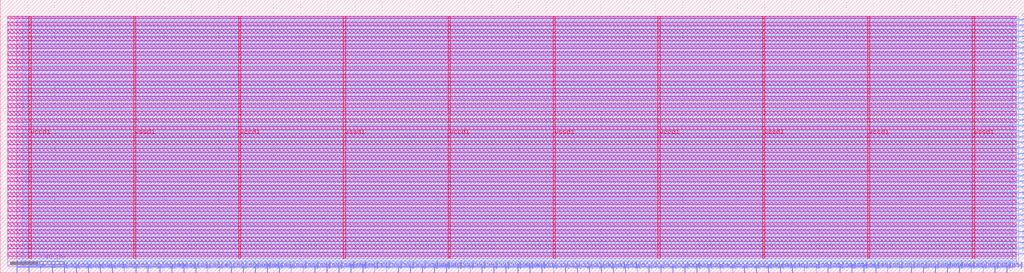
<source format=lef>
VERSION 5.7 ;
  NOWIREEXTENSIONATPIN ON ;
  DIVIDERCHAR "/" ;
  BUSBITCHARS "[]" ;
MACRO merge_memory
  CLASS BLOCK ;
  FOREIGN merge_memory ;
  ORIGIN 0.000 0.000 ;
  SIZE 750.000 BY 200.000 ;
  PIN addr[0]
    DIRECTION INPUT ;
    USE SIGNAL ;
    PORT
      LAYER met3 ;
        RECT 746.000 17.720 750.000 18.320 ;
    END
  END addr[0]
  PIN addr[1]
    DIRECTION INPUT ;
    USE SIGNAL ;
    PORT
      LAYER met3 ;
        RECT 746.000 21.800 750.000 22.400 ;
    END
  END addr[1]
  PIN addr[2]
    DIRECTION INPUT ;
    USE SIGNAL ;
    PORT
      LAYER met3 ;
        RECT 746.000 25.880 750.000 26.480 ;
    END
  END addr[2]
  PIN addr[3]
    DIRECTION INPUT ;
    USE SIGNAL ;
    PORT
      LAYER met3 ;
        RECT 746.000 29.960 750.000 30.560 ;
    END
  END addr[3]
  PIN addr[4]
    DIRECTION INPUT ;
    USE SIGNAL ;
    PORT
      LAYER met3 ;
        RECT 746.000 34.040 750.000 34.640 ;
    END
  END addr[4]
  PIN addr[5]
    DIRECTION INPUT ;
    USE SIGNAL ;
    PORT
      LAYER met3 ;
        RECT 746.000 38.120 750.000 38.720 ;
    END
  END addr[5]
  PIN addr[6]
    DIRECTION INPUT ;
    USE SIGNAL ;
    PORT
      LAYER met3 ;
        RECT 746.000 42.200 750.000 42.800 ;
    END
  END addr[6]
  PIN addr[7]
    DIRECTION INPUT ;
    USE SIGNAL ;
    PORT
      LAYER met3 ;
        RECT 746.000 46.280 750.000 46.880 ;
    END
  END addr[7]
  PIN addr[8]
    DIRECTION INPUT ;
    USE SIGNAL ;
    PORT
      LAYER met3 ;
        RECT 746.000 50.360 750.000 50.960 ;
    END
  END addr[8]
  PIN addr[9]
    DIRECTION INPUT ;
    USE SIGNAL ;
    PORT
      LAYER met3 ;
        RECT 746.000 54.440 750.000 55.040 ;
    END
  END addr[9]
  PIN addr_mem0[0]
    DIRECTION OUTPUT TRISTATE ;
    USE SIGNAL ;
    PORT
      LAYER met2 ;
        RECT 20.790 0.000 21.070 4.000 ;
    END
  END addr_mem0[0]
  PIN addr_mem0[1]
    DIRECTION OUTPUT TRISTATE ;
    USE SIGNAL ;
    PORT
      LAYER met2 ;
        RECT 29.530 0.000 29.810 4.000 ;
    END
  END addr_mem0[1]
  PIN addr_mem0[2]
    DIRECTION OUTPUT TRISTATE ;
    USE SIGNAL ;
    PORT
      LAYER met2 ;
        RECT 38.270 0.000 38.550 4.000 ;
    END
  END addr_mem0[2]
  PIN addr_mem0[3]
    DIRECTION OUTPUT TRISTATE ;
    USE SIGNAL ;
    PORT
      LAYER met2 ;
        RECT 47.010 0.000 47.290 4.000 ;
    END
  END addr_mem0[3]
  PIN addr_mem0[4]
    DIRECTION OUTPUT TRISTATE ;
    USE SIGNAL ;
    PORT
      LAYER met2 ;
        RECT 55.750 0.000 56.030 4.000 ;
    END
  END addr_mem0[4]
  PIN addr_mem0[5]
    DIRECTION OUTPUT TRISTATE ;
    USE SIGNAL ;
    PORT
      LAYER met2 ;
        RECT 64.490 0.000 64.770 4.000 ;
    END
  END addr_mem0[5]
  PIN addr_mem0[6]
    DIRECTION OUTPUT TRISTATE ;
    USE SIGNAL ;
    PORT
      LAYER met2 ;
        RECT 73.230 0.000 73.510 4.000 ;
    END
  END addr_mem0[6]
  PIN addr_mem0[7]
    DIRECTION OUTPUT TRISTATE ;
    USE SIGNAL ;
    PORT
      LAYER met2 ;
        RECT 81.970 0.000 82.250 4.000 ;
    END
  END addr_mem0[7]
  PIN addr_mem0[8]
    DIRECTION OUTPUT TRISTATE ;
    USE SIGNAL ;
    PORT
      LAYER met2 ;
        RECT 90.710 0.000 90.990 4.000 ;
    END
  END addr_mem0[8]
  PIN addr_mem1[0]
    DIRECTION OUTPUT TRISTATE ;
    USE SIGNAL ;
    PORT
      LAYER met2 ;
        RECT 387.870 0.000 388.150 4.000 ;
    END
  END addr_mem1[0]
  PIN addr_mem1[1]
    DIRECTION OUTPUT TRISTATE ;
    USE SIGNAL ;
    PORT
      LAYER met2 ;
        RECT 396.610 0.000 396.890 4.000 ;
    END
  END addr_mem1[1]
  PIN addr_mem1[2]
    DIRECTION OUTPUT TRISTATE ;
    USE SIGNAL ;
    PORT
      LAYER met2 ;
        RECT 405.350 0.000 405.630 4.000 ;
    END
  END addr_mem1[2]
  PIN addr_mem1[3]
    DIRECTION OUTPUT TRISTATE ;
    USE SIGNAL ;
    PORT
      LAYER met2 ;
        RECT 414.090 0.000 414.370 4.000 ;
    END
  END addr_mem1[3]
  PIN addr_mem1[4]
    DIRECTION OUTPUT TRISTATE ;
    USE SIGNAL ;
    PORT
      LAYER met2 ;
        RECT 422.830 0.000 423.110 4.000 ;
    END
  END addr_mem1[4]
  PIN addr_mem1[5]
    DIRECTION OUTPUT TRISTATE ;
    USE SIGNAL ;
    PORT
      LAYER met2 ;
        RECT 431.570 0.000 431.850 4.000 ;
    END
  END addr_mem1[5]
  PIN addr_mem1[6]
    DIRECTION OUTPUT TRISTATE ;
    USE SIGNAL ;
    PORT
      LAYER met2 ;
        RECT 440.310 0.000 440.590 4.000 ;
    END
  END addr_mem1[6]
  PIN addr_mem1[7]
    DIRECTION OUTPUT TRISTATE ;
    USE SIGNAL ;
    PORT
      LAYER met2 ;
        RECT 449.050 0.000 449.330 4.000 ;
    END
  END addr_mem1[7]
  PIN addr_mem1[8]
    DIRECTION OUTPUT TRISTATE ;
    USE SIGNAL ;
    PORT
      LAYER met2 ;
        RECT 457.790 0.000 458.070 4.000 ;
    END
  END addr_mem1[8]
  PIN csb
    DIRECTION INPUT ;
    USE SIGNAL ;
    PORT
      LAYER met3 ;
        RECT 746.000 13.640 750.000 14.240 ;
    END
  END csb
  PIN csb_mem0
    DIRECTION OUTPUT TRISTATE ;
    USE SIGNAL ;
    PORT
      LAYER met2 ;
        RECT 12.050 0.000 12.330 4.000 ;
    END
  END csb_mem0
  PIN csb_mem1
    DIRECTION OUTPUT TRISTATE ;
    USE SIGNAL ;
    PORT
      LAYER met2 ;
        RECT 379.130 0.000 379.410 4.000 ;
    END
  END csb_mem1
  PIN dout[0]
    DIRECTION OUTPUT TRISTATE ;
    USE SIGNAL ;
    PORT
      LAYER met3 ;
        RECT 746.000 58.520 750.000 59.120 ;
    END
  END dout[0]
  PIN dout[10]
    DIRECTION OUTPUT TRISTATE ;
    USE SIGNAL ;
    PORT
      LAYER met3 ;
        RECT 746.000 99.320 750.000 99.920 ;
    END
  END dout[10]
  PIN dout[11]
    DIRECTION OUTPUT TRISTATE ;
    USE SIGNAL ;
    PORT
      LAYER met3 ;
        RECT 746.000 103.400 750.000 104.000 ;
    END
  END dout[11]
  PIN dout[12]
    DIRECTION OUTPUT TRISTATE ;
    USE SIGNAL ;
    PORT
      LAYER met3 ;
        RECT 746.000 107.480 750.000 108.080 ;
    END
  END dout[12]
  PIN dout[13]
    DIRECTION OUTPUT TRISTATE ;
    USE SIGNAL ;
    PORT
      LAYER met3 ;
        RECT 746.000 111.560 750.000 112.160 ;
    END
  END dout[13]
  PIN dout[14]
    DIRECTION OUTPUT TRISTATE ;
    USE SIGNAL ;
    PORT
      LAYER met3 ;
        RECT 746.000 115.640 750.000 116.240 ;
    END
  END dout[14]
  PIN dout[15]
    DIRECTION OUTPUT TRISTATE ;
    USE SIGNAL ;
    PORT
      LAYER met3 ;
        RECT 746.000 119.720 750.000 120.320 ;
    END
  END dout[15]
  PIN dout[16]
    DIRECTION OUTPUT TRISTATE ;
    USE SIGNAL ;
    PORT
      LAYER met3 ;
        RECT 746.000 123.800 750.000 124.400 ;
    END
  END dout[16]
  PIN dout[17]
    DIRECTION OUTPUT TRISTATE ;
    USE SIGNAL ;
    PORT
      LAYER met3 ;
        RECT 746.000 127.880 750.000 128.480 ;
    END
  END dout[17]
  PIN dout[18]
    DIRECTION OUTPUT TRISTATE ;
    USE SIGNAL ;
    PORT
      LAYER met3 ;
        RECT 746.000 131.960 750.000 132.560 ;
    END
  END dout[18]
  PIN dout[19]
    DIRECTION OUTPUT TRISTATE ;
    USE SIGNAL ;
    PORT
      LAYER met3 ;
        RECT 746.000 136.040 750.000 136.640 ;
    END
  END dout[19]
  PIN dout[1]
    DIRECTION OUTPUT TRISTATE ;
    USE SIGNAL ;
    PORT
      LAYER met3 ;
        RECT 746.000 62.600 750.000 63.200 ;
    END
  END dout[1]
  PIN dout[20]
    DIRECTION OUTPUT TRISTATE ;
    USE SIGNAL ;
    PORT
      LAYER met3 ;
        RECT 746.000 140.120 750.000 140.720 ;
    END
  END dout[20]
  PIN dout[21]
    DIRECTION OUTPUT TRISTATE ;
    USE SIGNAL ;
    PORT
      LAYER met3 ;
        RECT 746.000 144.200 750.000 144.800 ;
    END
  END dout[21]
  PIN dout[22]
    DIRECTION OUTPUT TRISTATE ;
    USE SIGNAL ;
    PORT
      LAYER met3 ;
        RECT 746.000 148.280 750.000 148.880 ;
    END
  END dout[22]
  PIN dout[23]
    DIRECTION OUTPUT TRISTATE ;
    USE SIGNAL ;
    PORT
      LAYER met3 ;
        RECT 746.000 152.360 750.000 152.960 ;
    END
  END dout[23]
  PIN dout[24]
    DIRECTION OUTPUT TRISTATE ;
    USE SIGNAL ;
    PORT
      LAYER met3 ;
        RECT 746.000 156.440 750.000 157.040 ;
    END
  END dout[24]
  PIN dout[25]
    DIRECTION OUTPUT TRISTATE ;
    USE SIGNAL ;
    PORT
      LAYER met3 ;
        RECT 746.000 160.520 750.000 161.120 ;
    END
  END dout[25]
  PIN dout[26]
    DIRECTION OUTPUT TRISTATE ;
    USE SIGNAL ;
    PORT
      LAYER met3 ;
        RECT 746.000 164.600 750.000 165.200 ;
    END
  END dout[26]
  PIN dout[27]
    DIRECTION OUTPUT TRISTATE ;
    USE SIGNAL ;
    PORT
      LAYER met3 ;
        RECT 746.000 168.680 750.000 169.280 ;
    END
  END dout[27]
  PIN dout[28]
    DIRECTION OUTPUT TRISTATE ;
    USE SIGNAL ;
    PORT
      LAYER met3 ;
        RECT 746.000 172.760 750.000 173.360 ;
    END
  END dout[28]
  PIN dout[29]
    DIRECTION OUTPUT TRISTATE ;
    USE SIGNAL ;
    PORT
      LAYER met3 ;
        RECT 746.000 176.840 750.000 177.440 ;
    END
  END dout[29]
  PIN dout[2]
    DIRECTION OUTPUT TRISTATE ;
    USE SIGNAL ;
    PORT
      LAYER met3 ;
        RECT 746.000 66.680 750.000 67.280 ;
    END
  END dout[2]
  PIN dout[30]
    DIRECTION OUTPUT TRISTATE ;
    USE SIGNAL ;
    PORT
      LAYER met3 ;
        RECT 746.000 180.920 750.000 181.520 ;
    END
  END dout[30]
  PIN dout[31]
    DIRECTION OUTPUT TRISTATE ;
    USE SIGNAL ;
    PORT
      LAYER met3 ;
        RECT 746.000 185.000 750.000 185.600 ;
    END
  END dout[31]
  PIN dout[3]
    DIRECTION OUTPUT TRISTATE ;
    USE SIGNAL ;
    PORT
      LAYER met3 ;
        RECT 746.000 70.760 750.000 71.360 ;
    END
  END dout[3]
  PIN dout[4]
    DIRECTION OUTPUT TRISTATE ;
    USE SIGNAL ;
    PORT
      LAYER met3 ;
        RECT 746.000 74.840 750.000 75.440 ;
    END
  END dout[4]
  PIN dout[5]
    DIRECTION OUTPUT TRISTATE ;
    USE SIGNAL ;
    PORT
      LAYER met3 ;
        RECT 746.000 78.920 750.000 79.520 ;
    END
  END dout[5]
  PIN dout[6]
    DIRECTION OUTPUT TRISTATE ;
    USE SIGNAL ;
    PORT
      LAYER met3 ;
        RECT 746.000 83.000 750.000 83.600 ;
    END
  END dout[6]
  PIN dout[7]
    DIRECTION OUTPUT TRISTATE ;
    USE SIGNAL ;
    PORT
      LAYER met3 ;
        RECT 746.000 87.080 750.000 87.680 ;
    END
  END dout[7]
  PIN dout[8]
    DIRECTION OUTPUT TRISTATE ;
    USE SIGNAL ;
    PORT
      LAYER met3 ;
        RECT 746.000 91.160 750.000 91.760 ;
    END
  END dout[8]
  PIN dout[9]
    DIRECTION OUTPUT TRISTATE ;
    USE SIGNAL ;
    PORT
      LAYER met3 ;
        RECT 746.000 95.240 750.000 95.840 ;
    END
  END dout[9]
  PIN dout_mem0[0]
    DIRECTION INPUT ;
    USE SIGNAL ;
    PORT
      LAYER met2 ;
        RECT 99.450 0.000 99.730 4.000 ;
    END
  END dout_mem0[0]
  PIN dout_mem0[10]
    DIRECTION INPUT ;
    USE SIGNAL ;
    PORT
      LAYER met2 ;
        RECT 186.850 0.000 187.130 4.000 ;
    END
  END dout_mem0[10]
  PIN dout_mem0[11]
    DIRECTION INPUT ;
    USE SIGNAL ;
    PORT
      LAYER met2 ;
        RECT 195.590 0.000 195.870 4.000 ;
    END
  END dout_mem0[11]
  PIN dout_mem0[12]
    DIRECTION INPUT ;
    USE SIGNAL ;
    PORT
      LAYER met2 ;
        RECT 204.330 0.000 204.610 4.000 ;
    END
  END dout_mem0[12]
  PIN dout_mem0[13]
    DIRECTION INPUT ;
    USE SIGNAL ;
    PORT
      LAYER met2 ;
        RECT 213.070 0.000 213.350 4.000 ;
    END
  END dout_mem0[13]
  PIN dout_mem0[14]
    DIRECTION INPUT ;
    USE SIGNAL ;
    PORT
      LAYER met2 ;
        RECT 221.810 0.000 222.090 4.000 ;
    END
  END dout_mem0[14]
  PIN dout_mem0[15]
    DIRECTION INPUT ;
    USE SIGNAL ;
    PORT
      LAYER met2 ;
        RECT 230.550 0.000 230.830 4.000 ;
    END
  END dout_mem0[15]
  PIN dout_mem0[16]
    DIRECTION INPUT ;
    USE SIGNAL ;
    PORT
      LAYER met2 ;
        RECT 239.290 0.000 239.570 4.000 ;
    END
  END dout_mem0[16]
  PIN dout_mem0[17]
    DIRECTION INPUT ;
    USE SIGNAL ;
    PORT
      LAYER met2 ;
        RECT 248.030 0.000 248.310 4.000 ;
    END
  END dout_mem0[17]
  PIN dout_mem0[18]
    DIRECTION INPUT ;
    USE SIGNAL ;
    PORT
      LAYER met2 ;
        RECT 256.770 0.000 257.050 4.000 ;
    END
  END dout_mem0[18]
  PIN dout_mem0[19]
    DIRECTION INPUT ;
    USE SIGNAL ;
    PORT
      LAYER met2 ;
        RECT 265.510 0.000 265.790 4.000 ;
    END
  END dout_mem0[19]
  PIN dout_mem0[1]
    DIRECTION INPUT ;
    USE SIGNAL ;
    PORT
      LAYER met2 ;
        RECT 108.190 0.000 108.470 4.000 ;
    END
  END dout_mem0[1]
  PIN dout_mem0[20]
    DIRECTION INPUT ;
    USE SIGNAL ;
    PORT
      LAYER met2 ;
        RECT 274.250 0.000 274.530 4.000 ;
    END
  END dout_mem0[20]
  PIN dout_mem0[21]
    DIRECTION INPUT ;
    USE SIGNAL ;
    PORT
      LAYER met2 ;
        RECT 282.990 0.000 283.270 4.000 ;
    END
  END dout_mem0[21]
  PIN dout_mem0[22]
    DIRECTION INPUT ;
    USE SIGNAL ;
    PORT
      LAYER met2 ;
        RECT 291.730 0.000 292.010 4.000 ;
    END
  END dout_mem0[22]
  PIN dout_mem0[23]
    DIRECTION INPUT ;
    USE SIGNAL ;
    PORT
      LAYER met2 ;
        RECT 300.470 0.000 300.750 4.000 ;
    END
  END dout_mem0[23]
  PIN dout_mem0[24]
    DIRECTION INPUT ;
    USE SIGNAL ;
    PORT
      LAYER met2 ;
        RECT 309.210 0.000 309.490 4.000 ;
    END
  END dout_mem0[24]
  PIN dout_mem0[25]
    DIRECTION INPUT ;
    USE SIGNAL ;
    PORT
      LAYER met2 ;
        RECT 317.950 0.000 318.230 4.000 ;
    END
  END dout_mem0[25]
  PIN dout_mem0[26]
    DIRECTION INPUT ;
    USE SIGNAL ;
    PORT
      LAYER met2 ;
        RECT 326.690 0.000 326.970 4.000 ;
    END
  END dout_mem0[26]
  PIN dout_mem0[27]
    DIRECTION INPUT ;
    USE SIGNAL ;
    PORT
      LAYER met2 ;
        RECT 335.430 0.000 335.710 4.000 ;
    END
  END dout_mem0[27]
  PIN dout_mem0[28]
    DIRECTION INPUT ;
    USE SIGNAL ;
    PORT
      LAYER met2 ;
        RECT 344.170 0.000 344.450 4.000 ;
    END
  END dout_mem0[28]
  PIN dout_mem0[29]
    DIRECTION INPUT ;
    USE SIGNAL ;
    PORT
      LAYER met2 ;
        RECT 352.910 0.000 353.190 4.000 ;
    END
  END dout_mem0[29]
  PIN dout_mem0[2]
    DIRECTION INPUT ;
    USE SIGNAL ;
    PORT
      LAYER met2 ;
        RECT 116.930 0.000 117.210 4.000 ;
    END
  END dout_mem0[2]
  PIN dout_mem0[30]
    DIRECTION INPUT ;
    USE SIGNAL ;
    PORT
      LAYER met2 ;
        RECT 361.650 0.000 361.930 4.000 ;
    END
  END dout_mem0[30]
  PIN dout_mem0[31]
    DIRECTION INPUT ;
    USE SIGNAL ;
    PORT
      LAYER met2 ;
        RECT 370.390 0.000 370.670 4.000 ;
    END
  END dout_mem0[31]
  PIN dout_mem0[3]
    DIRECTION INPUT ;
    USE SIGNAL ;
    PORT
      LAYER met2 ;
        RECT 125.670 0.000 125.950 4.000 ;
    END
  END dout_mem0[3]
  PIN dout_mem0[4]
    DIRECTION INPUT ;
    USE SIGNAL ;
    PORT
      LAYER met2 ;
        RECT 134.410 0.000 134.690 4.000 ;
    END
  END dout_mem0[4]
  PIN dout_mem0[5]
    DIRECTION INPUT ;
    USE SIGNAL ;
    PORT
      LAYER met2 ;
        RECT 143.150 0.000 143.430 4.000 ;
    END
  END dout_mem0[5]
  PIN dout_mem0[6]
    DIRECTION INPUT ;
    USE SIGNAL ;
    PORT
      LAYER met2 ;
        RECT 151.890 0.000 152.170 4.000 ;
    END
  END dout_mem0[6]
  PIN dout_mem0[7]
    DIRECTION INPUT ;
    USE SIGNAL ;
    PORT
      LAYER met2 ;
        RECT 160.630 0.000 160.910 4.000 ;
    END
  END dout_mem0[7]
  PIN dout_mem0[8]
    DIRECTION INPUT ;
    USE SIGNAL ;
    PORT
      LAYER met2 ;
        RECT 169.370 0.000 169.650 4.000 ;
    END
  END dout_mem0[8]
  PIN dout_mem0[9]
    DIRECTION INPUT ;
    USE SIGNAL ;
    PORT
      LAYER met2 ;
        RECT 178.110 0.000 178.390 4.000 ;
    END
  END dout_mem0[9]
  PIN dout_mem1[0]
    DIRECTION INPUT ;
    USE SIGNAL ;
    PORT
      LAYER met2 ;
        RECT 466.530 0.000 466.810 4.000 ;
    END
  END dout_mem1[0]
  PIN dout_mem1[10]
    DIRECTION INPUT ;
    USE SIGNAL ;
    PORT
      LAYER met2 ;
        RECT 553.930 0.000 554.210 4.000 ;
    END
  END dout_mem1[10]
  PIN dout_mem1[11]
    DIRECTION INPUT ;
    USE SIGNAL ;
    PORT
      LAYER met2 ;
        RECT 562.670 0.000 562.950 4.000 ;
    END
  END dout_mem1[11]
  PIN dout_mem1[12]
    DIRECTION INPUT ;
    USE SIGNAL ;
    PORT
      LAYER met2 ;
        RECT 571.410 0.000 571.690 4.000 ;
    END
  END dout_mem1[12]
  PIN dout_mem1[13]
    DIRECTION INPUT ;
    USE SIGNAL ;
    PORT
      LAYER met2 ;
        RECT 580.150 0.000 580.430 4.000 ;
    END
  END dout_mem1[13]
  PIN dout_mem1[14]
    DIRECTION INPUT ;
    USE SIGNAL ;
    PORT
      LAYER met2 ;
        RECT 588.890 0.000 589.170 4.000 ;
    END
  END dout_mem1[14]
  PIN dout_mem1[15]
    DIRECTION INPUT ;
    USE SIGNAL ;
    PORT
      LAYER met2 ;
        RECT 597.630 0.000 597.910 4.000 ;
    END
  END dout_mem1[15]
  PIN dout_mem1[16]
    DIRECTION INPUT ;
    USE SIGNAL ;
    PORT
      LAYER met2 ;
        RECT 606.370 0.000 606.650 4.000 ;
    END
  END dout_mem1[16]
  PIN dout_mem1[17]
    DIRECTION INPUT ;
    USE SIGNAL ;
    PORT
      LAYER met2 ;
        RECT 615.110 0.000 615.390 4.000 ;
    END
  END dout_mem1[17]
  PIN dout_mem1[18]
    DIRECTION INPUT ;
    USE SIGNAL ;
    PORT
      LAYER met2 ;
        RECT 623.850 0.000 624.130 4.000 ;
    END
  END dout_mem1[18]
  PIN dout_mem1[19]
    DIRECTION INPUT ;
    USE SIGNAL ;
    PORT
      LAYER met2 ;
        RECT 632.590 0.000 632.870 4.000 ;
    END
  END dout_mem1[19]
  PIN dout_mem1[1]
    DIRECTION INPUT ;
    USE SIGNAL ;
    PORT
      LAYER met2 ;
        RECT 475.270 0.000 475.550 4.000 ;
    END
  END dout_mem1[1]
  PIN dout_mem1[20]
    DIRECTION INPUT ;
    USE SIGNAL ;
    PORT
      LAYER met2 ;
        RECT 641.330 0.000 641.610 4.000 ;
    END
  END dout_mem1[20]
  PIN dout_mem1[21]
    DIRECTION INPUT ;
    USE SIGNAL ;
    PORT
      LAYER met2 ;
        RECT 650.070 0.000 650.350 4.000 ;
    END
  END dout_mem1[21]
  PIN dout_mem1[22]
    DIRECTION INPUT ;
    USE SIGNAL ;
    PORT
      LAYER met2 ;
        RECT 658.810 0.000 659.090 4.000 ;
    END
  END dout_mem1[22]
  PIN dout_mem1[23]
    DIRECTION INPUT ;
    USE SIGNAL ;
    PORT
      LAYER met2 ;
        RECT 667.550 0.000 667.830 4.000 ;
    END
  END dout_mem1[23]
  PIN dout_mem1[24]
    DIRECTION INPUT ;
    USE SIGNAL ;
    PORT
      LAYER met2 ;
        RECT 676.290 0.000 676.570 4.000 ;
    END
  END dout_mem1[24]
  PIN dout_mem1[25]
    DIRECTION INPUT ;
    USE SIGNAL ;
    PORT
      LAYER met2 ;
        RECT 685.030 0.000 685.310 4.000 ;
    END
  END dout_mem1[25]
  PIN dout_mem1[26]
    DIRECTION INPUT ;
    USE SIGNAL ;
    PORT
      LAYER met2 ;
        RECT 693.770 0.000 694.050 4.000 ;
    END
  END dout_mem1[26]
  PIN dout_mem1[27]
    DIRECTION INPUT ;
    USE SIGNAL ;
    PORT
      LAYER met2 ;
        RECT 702.510 0.000 702.790 4.000 ;
    END
  END dout_mem1[27]
  PIN dout_mem1[28]
    DIRECTION INPUT ;
    USE SIGNAL ;
    PORT
      LAYER met2 ;
        RECT 711.250 0.000 711.530 4.000 ;
    END
  END dout_mem1[28]
  PIN dout_mem1[29]
    DIRECTION INPUT ;
    USE SIGNAL ;
    PORT
      LAYER met2 ;
        RECT 719.990 0.000 720.270 4.000 ;
    END
  END dout_mem1[29]
  PIN dout_mem1[2]
    DIRECTION INPUT ;
    USE SIGNAL ;
    PORT
      LAYER met2 ;
        RECT 484.010 0.000 484.290 4.000 ;
    END
  END dout_mem1[2]
  PIN dout_mem1[30]
    DIRECTION INPUT ;
    USE SIGNAL ;
    PORT
      LAYER met2 ;
        RECT 728.730 0.000 729.010 4.000 ;
    END
  END dout_mem1[30]
  PIN dout_mem1[31]
    DIRECTION INPUT ;
    USE SIGNAL ;
    PORT
      LAYER met2 ;
        RECT 737.470 0.000 737.750 4.000 ;
    END
  END dout_mem1[31]
  PIN dout_mem1[3]
    DIRECTION INPUT ;
    USE SIGNAL ;
    PORT
      LAYER met2 ;
        RECT 492.750 0.000 493.030 4.000 ;
    END
  END dout_mem1[3]
  PIN dout_mem1[4]
    DIRECTION INPUT ;
    USE SIGNAL ;
    PORT
      LAYER met2 ;
        RECT 501.490 0.000 501.770 4.000 ;
    END
  END dout_mem1[4]
  PIN dout_mem1[5]
    DIRECTION INPUT ;
    USE SIGNAL ;
    PORT
      LAYER met2 ;
        RECT 510.230 0.000 510.510 4.000 ;
    END
  END dout_mem1[5]
  PIN dout_mem1[6]
    DIRECTION INPUT ;
    USE SIGNAL ;
    PORT
      LAYER met2 ;
        RECT 518.970 0.000 519.250 4.000 ;
    END
  END dout_mem1[6]
  PIN dout_mem1[7]
    DIRECTION INPUT ;
    USE SIGNAL ;
    PORT
      LAYER met2 ;
        RECT 527.710 0.000 527.990 4.000 ;
    END
  END dout_mem1[7]
  PIN dout_mem1[8]
    DIRECTION INPUT ;
    USE SIGNAL ;
    PORT
      LAYER met2 ;
        RECT 536.450 0.000 536.730 4.000 ;
    END
  END dout_mem1[8]
  PIN dout_mem1[9]
    DIRECTION INPUT ;
    USE SIGNAL ;
    PORT
      LAYER met2 ;
        RECT 545.190 0.000 545.470 4.000 ;
    END
  END dout_mem1[9]
  PIN vccd1
    DIRECTION INOUT ;
    USE POWER ;
    PORT
      LAYER met4 ;
        RECT 21.040 10.640 22.640 187.920 ;
    END
    PORT
      LAYER met4 ;
        RECT 174.640 10.640 176.240 187.920 ;
    END
    PORT
      LAYER met4 ;
        RECT 328.240 10.640 329.840 187.920 ;
    END
    PORT
      LAYER met4 ;
        RECT 481.840 10.640 483.440 187.920 ;
    END
    PORT
      LAYER met4 ;
        RECT 635.440 10.640 637.040 187.920 ;
    END
  END vccd1
  PIN vssd1
    DIRECTION INOUT ;
    USE GROUND ;
    PORT
      LAYER met4 ;
        RECT 97.840 10.640 99.440 187.920 ;
    END
    PORT
      LAYER met4 ;
        RECT 251.440 10.640 253.040 187.920 ;
    END
    PORT
      LAYER met4 ;
        RECT 405.040 10.640 406.640 187.920 ;
    END
    PORT
      LAYER met4 ;
        RECT 558.640 10.640 560.240 187.920 ;
    END
    PORT
      LAYER met4 ;
        RECT 712.240 10.640 713.840 187.920 ;
    END
  END vssd1
  OBS
      LAYER nwell ;
        RECT 5.330 186.265 744.470 187.870 ;
        RECT 5.330 180.825 744.470 183.655 ;
        RECT 5.330 175.385 744.470 178.215 ;
        RECT 5.330 169.945 744.470 172.775 ;
        RECT 5.330 164.505 744.470 167.335 ;
        RECT 5.330 159.065 744.470 161.895 ;
        RECT 5.330 153.625 744.470 156.455 ;
        RECT 5.330 148.185 744.470 151.015 ;
        RECT 5.330 142.745 744.470 145.575 ;
        RECT 5.330 137.305 744.470 140.135 ;
        RECT 5.330 131.865 744.470 134.695 ;
        RECT 5.330 126.425 744.470 129.255 ;
        RECT 5.330 120.985 744.470 123.815 ;
        RECT 5.330 115.545 744.470 118.375 ;
        RECT 5.330 110.105 744.470 112.935 ;
        RECT 5.330 104.665 744.470 107.495 ;
        RECT 5.330 99.225 744.470 102.055 ;
        RECT 5.330 93.785 744.470 96.615 ;
        RECT 5.330 88.345 744.470 91.175 ;
        RECT 5.330 82.905 744.470 85.735 ;
        RECT 5.330 77.465 744.470 80.295 ;
        RECT 5.330 72.025 744.470 74.855 ;
        RECT 5.330 66.585 744.470 69.415 ;
        RECT 5.330 61.145 744.470 63.975 ;
        RECT 5.330 55.705 744.470 58.535 ;
        RECT 5.330 50.265 744.470 53.095 ;
        RECT 5.330 44.825 744.470 47.655 ;
        RECT 5.330 39.385 744.470 42.215 ;
        RECT 5.330 33.945 744.470 36.775 ;
        RECT 5.330 28.505 744.470 31.335 ;
        RECT 5.330 23.065 744.470 25.895 ;
        RECT 5.330 17.625 744.470 20.455 ;
        RECT 5.330 12.185 744.470 15.015 ;
      LAYER li1 ;
        RECT 5.520 10.795 744.280 187.765 ;
      LAYER met1 ;
        RECT 5.520 4.800 744.280 187.920 ;
      LAYER met2 ;
        RECT 12.060 4.280 741.890 187.865 ;
        RECT 12.610 3.670 20.510 4.280 ;
        RECT 21.350 3.670 29.250 4.280 ;
        RECT 30.090 3.670 37.990 4.280 ;
        RECT 38.830 3.670 46.730 4.280 ;
        RECT 47.570 3.670 55.470 4.280 ;
        RECT 56.310 3.670 64.210 4.280 ;
        RECT 65.050 3.670 72.950 4.280 ;
        RECT 73.790 3.670 81.690 4.280 ;
        RECT 82.530 3.670 90.430 4.280 ;
        RECT 91.270 3.670 99.170 4.280 ;
        RECT 100.010 3.670 107.910 4.280 ;
        RECT 108.750 3.670 116.650 4.280 ;
        RECT 117.490 3.670 125.390 4.280 ;
        RECT 126.230 3.670 134.130 4.280 ;
        RECT 134.970 3.670 142.870 4.280 ;
        RECT 143.710 3.670 151.610 4.280 ;
        RECT 152.450 3.670 160.350 4.280 ;
        RECT 161.190 3.670 169.090 4.280 ;
        RECT 169.930 3.670 177.830 4.280 ;
        RECT 178.670 3.670 186.570 4.280 ;
        RECT 187.410 3.670 195.310 4.280 ;
        RECT 196.150 3.670 204.050 4.280 ;
        RECT 204.890 3.670 212.790 4.280 ;
        RECT 213.630 3.670 221.530 4.280 ;
        RECT 222.370 3.670 230.270 4.280 ;
        RECT 231.110 3.670 239.010 4.280 ;
        RECT 239.850 3.670 247.750 4.280 ;
        RECT 248.590 3.670 256.490 4.280 ;
        RECT 257.330 3.670 265.230 4.280 ;
        RECT 266.070 3.670 273.970 4.280 ;
        RECT 274.810 3.670 282.710 4.280 ;
        RECT 283.550 3.670 291.450 4.280 ;
        RECT 292.290 3.670 300.190 4.280 ;
        RECT 301.030 3.670 308.930 4.280 ;
        RECT 309.770 3.670 317.670 4.280 ;
        RECT 318.510 3.670 326.410 4.280 ;
        RECT 327.250 3.670 335.150 4.280 ;
        RECT 335.990 3.670 343.890 4.280 ;
        RECT 344.730 3.670 352.630 4.280 ;
        RECT 353.470 3.670 361.370 4.280 ;
        RECT 362.210 3.670 370.110 4.280 ;
        RECT 370.950 3.670 378.850 4.280 ;
        RECT 379.690 3.670 387.590 4.280 ;
        RECT 388.430 3.670 396.330 4.280 ;
        RECT 397.170 3.670 405.070 4.280 ;
        RECT 405.910 3.670 413.810 4.280 ;
        RECT 414.650 3.670 422.550 4.280 ;
        RECT 423.390 3.670 431.290 4.280 ;
        RECT 432.130 3.670 440.030 4.280 ;
        RECT 440.870 3.670 448.770 4.280 ;
        RECT 449.610 3.670 457.510 4.280 ;
        RECT 458.350 3.670 466.250 4.280 ;
        RECT 467.090 3.670 474.990 4.280 ;
        RECT 475.830 3.670 483.730 4.280 ;
        RECT 484.570 3.670 492.470 4.280 ;
        RECT 493.310 3.670 501.210 4.280 ;
        RECT 502.050 3.670 509.950 4.280 ;
        RECT 510.790 3.670 518.690 4.280 ;
        RECT 519.530 3.670 527.430 4.280 ;
        RECT 528.270 3.670 536.170 4.280 ;
        RECT 537.010 3.670 544.910 4.280 ;
        RECT 545.750 3.670 553.650 4.280 ;
        RECT 554.490 3.670 562.390 4.280 ;
        RECT 563.230 3.670 571.130 4.280 ;
        RECT 571.970 3.670 579.870 4.280 ;
        RECT 580.710 3.670 588.610 4.280 ;
        RECT 589.450 3.670 597.350 4.280 ;
        RECT 598.190 3.670 606.090 4.280 ;
        RECT 606.930 3.670 614.830 4.280 ;
        RECT 615.670 3.670 623.570 4.280 ;
        RECT 624.410 3.670 632.310 4.280 ;
        RECT 633.150 3.670 641.050 4.280 ;
        RECT 641.890 3.670 649.790 4.280 ;
        RECT 650.630 3.670 658.530 4.280 ;
        RECT 659.370 3.670 667.270 4.280 ;
        RECT 668.110 3.670 676.010 4.280 ;
        RECT 676.850 3.670 684.750 4.280 ;
        RECT 685.590 3.670 693.490 4.280 ;
        RECT 694.330 3.670 702.230 4.280 ;
        RECT 703.070 3.670 710.970 4.280 ;
        RECT 711.810 3.670 719.710 4.280 ;
        RECT 720.550 3.670 728.450 4.280 ;
        RECT 729.290 3.670 737.190 4.280 ;
        RECT 738.030 3.670 741.890 4.280 ;
      LAYER met3 ;
        RECT 16.625 186.000 746.000 187.845 ;
        RECT 16.625 184.600 745.600 186.000 ;
        RECT 16.625 181.920 746.000 184.600 ;
        RECT 16.625 180.520 745.600 181.920 ;
        RECT 16.625 177.840 746.000 180.520 ;
        RECT 16.625 176.440 745.600 177.840 ;
        RECT 16.625 173.760 746.000 176.440 ;
        RECT 16.625 172.360 745.600 173.760 ;
        RECT 16.625 169.680 746.000 172.360 ;
        RECT 16.625 168.280 745.600 169.680 ;
        RECT 16.625 165.600 746.000 168.280 ;
        RECT 16.625 164.200 745.600 165.600 ;
        RECT 16.625 161.520 746.000 164.200 ;
        RECT 16.625 160.120 745.600 161.520 ;
        RECT 16.625 157.440 746.000 160.120 ;
        RECT 16.625 156.040 745.600 157.440 ;
        RECT 16.625 153.360 746.000 156.040 ;
        RECT 16.625 151.960 745.600 153.360 ;
        RECT 16.625 149.280 746.000 151.960 ;
        RECT 16.625 147.880 745.600 149.280 ;
        RECT 16.625 145.200 746.000 147.880 ;
        RECT 16.625 143.800 745.600 145.200 ;
        RECT 16.625 141.120 746.000 143.800 ;
        RECT 16.625 139.720 745.600 141.120 ;
        RECT 16.625 137.040 746.000 139.720 ;
        RECT 16.625 135.640 745.600 137.040 ;
        RECT 16.625 132.960 746.000 135.640 ;
        RECT 16.625 131.560 745.600 132.960 ;
        RECT 16.625 128.880 746.000 131.560 ;
        RECT 16.625 127.480 745.600 128.880 ;
        RECT 16.625 124.800 746.000 127.480 ;
        RECT 16.625 123.400 745.600 124.800 ;
        RECT 16.625 120.720 746.000 123.400 ;
        RECT 16.625 119.320 745.600 120.720 ;
        RECT 16.625 116.640 746.000 119.320 ;
        RECT 16.625 115.240 745.600 116.640 ;
        RECT 16.625 112.560 746.000 115.240 ;
        RECT 16.625 111.160 745.600 112.560 ;
        RECT 16.625 108.480 746.000 111.160 ;
        RECT 16.625 107.080 745.600 108.480 ;
        RECT 16.625 104.400 746.000 107.080 ;
        RECT 16.625 103.000 745.600 104.400 ;
        RECT 16.625 100.320 746.000 103.000 ;
        RECT 16.625 98.920 745.600 100.320 ;
        RECT 16.625 96.240 746.000 98.920 ;
        RECT 16.625 94.840 745.600 96.240 ;
        RECT 16.625 92.160 746.000 94.840 ;
        RECT 16.625 90.760 745.600 92.160 ;
        RECT 16.625 88.080 746.000 90.760 ;
        RECT 16.625 86.680 745.600 88.080 ;
        RECT 16.625 84.000 746.000 86.680 ;
        RECT 16.625 82.600 745.600 84.000 ;
        RECT 16.625 79.920 746.000 82.600 ;
        RECT 16.625 78.520 745.600 79.920 ;
        RECT 16.625 75.840 746.000 78.520 ;
        RECT 16.625 74.440 745.600 75.840 ;
        RECT 16.625 71.760 746.000 74.440 ;
        RECT 16.625 70.360 745.600 71.760 ;
        RECT 16.625 67.680 746.000 70.360 ;
        RECT 16.625 66.280 745.600 67.680 ;
        RECT 16.625 63.600 746.000 66.280 ;
        RECT 16.625 62.200 745.600 63.600 ;
        RECT 16.625 59.520 746.000 62.200 ;
        RECT 16.625 58.120 745.600 59.520 ;
        RECT 16.625 55.440 746.000 58.120 ;
        RECT 16.625 54.040 745.600 55.440 ;
        RECT 16.625 51.360 746.000 54.040 ;
        RECT 16.625 49.960 745.600 51.360 ;
        RECT 16.625 47.280 746.000 49.960 ;
        RECT 16.625 45.880 745.600 47.280 ;
        RECT 16.625 43.200 746.000 45.880 ;
        RECT 16.625 41.800 745.600 43.200 ;
        RECT 16.625 39.120 746.000 41.800 ;
        RECT 16.625 37.720 745.600 39.120 ;
        RECT 16.625 35.040 746.000 37.720 ;
        RECT 16.625 33.640 745.600 35.040 ;
        RECT 16.625 30.960 746.000 33.640 ;
        RECT 16.625 29.560 745.600 30.960 ;
        RECT 16.625 26.880 746.000 29.560 ;
        RECT 16.625 25.480 745.600 26.880 ;
        RECT 16.625 22.800 746.000 25.480 ;
        RECT 16.625 21.400 745.600 22.800 ;
        RECT 16.625 18.720 746.000 21.400 ;
        RECT 16.625 17.320 745.600 18.720 ;
        RECT 16.625 14.640 746.000 17.320 ;
        RECT 16.625 13.240 745.600 14.640 ;
        RECT 16.625 8.335 746.000 13.240 ;
  END
END merge_memory
END LIBRARY


</source>
